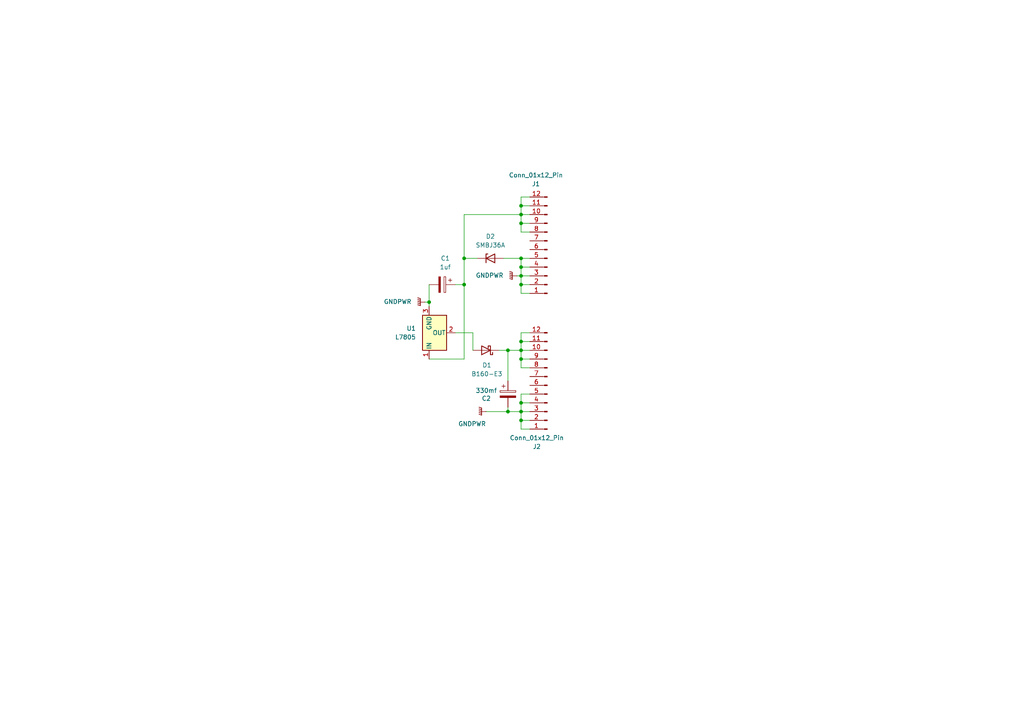
<source format=kicad_sch>
(kicad_sch (version 20250114) (generator "eeschema") (generator_version "9.0")
  (paper "A4")
  (lib_symbols
    (symbol "Connector:Conn_01x12_Pin" (pin_names (offset 1.016) (hide yes))
      (property "Reference" "J" (at 0 15.24 0))
      (property "Value" "Conn_01x12_Pin" (at 0 -17.78 0))
      (symbol "Conn_01x12_Pin_1_1"
        (rectangle (start 0.8636 12.827) (end 0 12.573) (stroke (width 0.1524)) (fill (type outline)))
        (rectangle (start 0.8636 10.287) (end 0 10.033) (stroke (width 0.1524)) (fill (type outline)))
        (rectangle (start 0.8636 7.747) (end 0 7.493) (stroke (width 0.1524)) (fill (type outline)))
        (rectangle (start 0.8636 5.207) (end 0 4.953) (stroke (width 0.1524)) (fill (type outline)))
        (rectangle (start 0.8636 2.667) (end 0 2.413) (stroke (width 0.1524)) (fill (type outline)))
        (rectangle (start 0.8636 0.127) (end 0 -0.127) (stroke (width 0.1524)) (fill (type outline)))
        (rectangle (start 0.8636 -2.413) (end 0 -2.667) (stroke (width 0.1524)) (fill (type outline)))
        (rectangle (start 0.8636 -4.953) (end 0 -5.207) (stroke (width 0.1524)) (fill (type outline)))
        (rectangle (start 0.8636 -7.493) (end 0 -7.747) (stroke (width 0.1524)) (fill (type outline)))
        (rectangle (start 0.8636 -10.033) (end 0 -10.287) (stroke (width 0.1524)) (fill (type outline)))
        (rectangle (start 0.8636 -12.573) (end 0 -12.827) (stroke (width 0.1524)) (fill (type outline)))
        (rectangle (start 0.8636 -15.113) (end 0 -15.367) (stroke (width 0.1524)) (fill (type outline)))
        (polyline (pts (xy 1.27 12.7) (xy 0.8636 12.7)) (stroke (width 0.1524)))
        (polyline (pts (xy 1.27 10.16) (xy 0.8636 10.16)) (stroke (width 0.1524)))
        (polyline (pts (xy 1.27 7.62) (xy 0.8636 7.62)) (stroke (width 0.1524)))
        (polyline (pts (xy 1.27 5.08) (xy 0.8636 5.08)) (stroke (width 0.1524)))
        (polyline (pts (xy 1.27 2.54) (xy 0.8636 2.54)) (stroke (width 0.1524)))
        (polyline (pts (xy 1.27 0) (xy 0.8636 0)) (stroke (width 0.1524)))
        (polyline (pts (xy 1.27 -2.54) (xy 0.8636 -2.54)) (stroke (width 0.1524)))
        (polyline (pts (xy 1.27 -5.08) (xy 0.8636 -5.08)) (stroke (width 0.1524)))
        (polyline (pts (xy 1.27 -7.62) (xy 0.8636 -7.62)) (stroke (width 0.1524)))
        (polyline (pts (xy 1.27 -10.16) (xy 0.8636 -10.16)) (stroke (width 0.1524)))
        (polyline (pts (xy 1.27 -12.7) (xy 0.8636 -12.7)) (stroke (width 0.1524)))
        (polyline (pts (xy 1.27 -15.24) (xy 0.8636 -15.24)) (stroke (width 0.1524)))
        (pin passive line (at 5.08 12.7 180) (length 3.81) (name "Pin_1") (number "1"))
        (pin passive line (at 5.08 10.16 180) (length 3.81) (name "Pin_2") (number "2"))
        (pin passive line (at 5.08 7.62 180) (length 3.81) (name "Pin_3") (number "3"))
        (pin passive line (at 5.08 5.08 180) (length 3.81) (name "Pin_4") (number "4"))
        (pin passive line (at 5.08 2.54 180) (length 3.81) (name "Pin_5") (number "5"))
        (pin passive line (at 5.08 0 180) (length 3.81) (name "Pin_6") (number "6"))
        (pin passive line (at 5.08 -2.54 180) (length 3.81) (name "Pin_7") (number "7"))
        (pin passive line (at 5.08 -5.08 180) (length 3.81) (name "Pin_8") (number "8"))
        (pin passive line (at 5.08 -7.62 180) (length 3.81) (name "Pin_9") (number "9"))
        (pin passive line (at 5.08 -10.16 180) (length 3.81) (name "Pin_10") (number "10"))
        (pin passive line (at 5.08 -12.7 180) (length 3.81) (name "Pin_11") (number "11"))
        (pin passive line (at 5.08 -15.24 180) (length 3.81) (name "Pin_12") (number "12"))
      )
    )
    (symbol "Device:C_Polarized" (pin_numbers (hide yes)) (pin_names (offset 0.254))
      (property "Reference" "C" (at 0.635 2.54 0))
      (property "Value" "C_Polarized" (at 0.635 -2.54 0))
      (symbol "C_Polarized_0_1"
        (rectangle (start -2.286 0.508) (end 2.286 1.016))
        (polyline (pts (xy -1.778 2.286) (xy -0.762 2.286)))
        (polyline (pts (xy -1.27 2.794) (xy -1.27 1.778)))
        (rectangle (start 2.286 -0.508) (end -2.286 -1.016) (fill (type outline)))
      )
      (symbol "C_Polarized_1_1"
        (pin passive line (at 0 3.81 270) (length 2.794) (name "~") (number "1"))
        (pin passive line (at 0 -3.81 90) (length 2.794) (name "~") (number "2"))
      )
    )
    (symbol "Device:D_Zener" (pin_numbers (hide yes)) (pin_names (offset 1.016) (hide yes))
      (property "Reference" "D" (at 0 2.54 0))
      (property "Value" "D_Zener" (at 0 -2.54 0))
      (symbol "D_Zener_0_1"
        (polyline (pts (xy -1.27 -1.27) (xy -1.27 1.27) (xy -0.762 1.27)) (stroke (width 0.254)))
        (polyline (pts (xy 1.27 0) (xy -1.27 0)))
        (polyline (pts (xy 1.27 -1.27) (xy 1.27 1.27) (xy -1.27 0) (xy 1.27 -1.27)) (stroke (width 0.254)))
      )
      (symbol "D_Zener_1_1"
        (pin passive line (at -3.81 0 0) (length 2.54) (name "K") (number "1"))
        (pin passive line (at 3.81 0 180) (length 2.54) (name "A") (number "2"))
      )
    )
    (symbol "Diode:B160-E3" (pin_numbers (hide yes)) (pin_names (hide yes))
      (property "Reference" "D" (at 0 2.54 0))
      (property "Value" "B160-E3" (at 0 -2.54 0))
      (symbol "B160-E3_0_1"
        (polyline (pts (xy -1.905 0.635) (xy -1.905 1.27) (xy -1.27 1.27) (xy -1.27 -1.27) (xy -0.635 -1.27) (xy -0.635 -0.635)) (stroke (width 0.254)))
        (polyline (pts (xy 1.27 1.27) (xy 1.27 -1.27) (xy -1.27 0) (xy 1.27 1.27)) (stroke (width 0.254)))
        (polyline (pts (xy 1.27 0) (xy -1.27 0)))
      )
      (symbol "B160-E3_1_1"
        (pin passive line (at -3.81 0 0) (length 2.54) (name "K") (number "1"))
        (pin passive line (at 3.81 0 180) (length 2.54) (name "A") (number "2"))
      )
    )
    (symbol "Regulator_Linear:L7805" (pin_names (offset 0.254))
      (property "Reference" "U1" (at -1.2701 3.81 90))
      (property "Value" "L7805" (at 1.2699 3.81 90))
      (symbol "L7805_0_1"
        (rectangle (start -5.08 1.905) (end 5.08 -5.08) (stroke (width 0.254)) (fill (type background)))
      )
      (symbol "L7805_1_1"
        (pin power_in line (at -7.62 0 0) (length 2.54) (name "IN") (number "1"))
        (pin power_out line (at 0 -7.62 90) (length 2.54) (name "OUT") (number "2"))
        (pin power_in line (at 7.62 0 180) (length 2.54) (name "GND") (number "3"))
      )
    )
    (symbol "power:GNDPWR" (power) (pin_numbers (hide yes)) (pin_names (offset 0) (hide yes))
      (property "Value" "GNDPWR" (at 0 -3.302 0))
      (symbol "GNDPWR_0_1"
        (polyline (pts (xy -1.016 -1.27) (xy -1.27 -2.032) (xy -1.27 -2.032)) (stroke (width 0.2032)))
        (polyline (pts (xy -0.508 -1.27) (xy -0.762 -2.032) (xy -0.762 -2.032)) (stroke (width 0.2032)))
        (polyline (pts (xy 0 -1.27) (xy 0 0)))
        (polyline (pts (xy 0 -1.27) (xy -0.254 -2.032) (xy -0.254 -2.032)) (stroke (width 0.2032)))
        (polyline (pts (xy 0.508 -1.27) (xy 0.254 -2.032) (xy 0.254 -2.032)) (stroke (width 0.2032)))
        (polyline (pts (xy 1.016 -1.27) (xy -1.016 -1.27) (xy -1.016 -1.27)) (stroke (width 0.2032)))
        (polyline (pts (xy 1.016 -1.27) (xy 0.762 -2.032) (xy 0.762 -2.032) (xy 0.762 -2.032)) (stroke (width 0.2032)))
      )
      (symbol "GNDPWR_1_1"
        (pin power_in line (at 0 0 270) (length 0) (name "~") (number "1"))
      )
    )
  )
  (junction (at 151.13 77.47))
  (junction (at 151.13 59.69))
  (junction (at 151.13 62.23))
  (junction (at 147.32 101.6))
  (junction (at 134.62 82.55))
  (junction (at 134.62 74.93))
  (junction (at 124.46 87.63))
  (junction (at 151.13 82.55))
  (junction (at 151.13 119.38))
  (junction (at 151.13 101.6))
  (junction (at 147.32 119.38))
  (junction (at 151.13 80.01))
  (junction (at 151.13 121.92))
  (junction (at 151.13 116.84))
  (junction (at 151.13 64.77))
  (junction (at 151.13 104.14))
  (junction (at 151.13 99.06))
  (junction (at 151.13 74.93))
  (wire (pts (xy 153.67 74.93) (xy 151.13 74.93)))
  (wire (pts (xy 151.13 121.92) (xy 153.67 121.92)))
  (wire (pts (xy 151.13 85.09) (xy 153.67 85.09)))
  (wire (pts (xy 132.08 96.52) (xy 137.16 96.52)))
  (wire (pts (xy 153.67 96.52) (xy 151.13 96.52)))
  (wire (pts (xy 151.13 67.31) (xy 153.67 67.31)))
  (wire (pts (xy 134.62 74.93) (xy 134.62 82.55)))
  (wire (pts (xy 134.62 82.55) (xy 132.08 82.55)))
  (wire (pts (xy 140.97 119.38) (xy 147.32 119.38)))
  (wire (pts (xy 149.86 80.01) (xy 151.13 80.01)))
  (wire (pts (xy 151.13 80.01) (xy 153.67 80.01)))
  (wire (pts (xy 134.62 62.23) (xy 134.62 74.93)))
  (wire (pts (xy 151.13 64.77) (xy 151.13 67.31)))
  (wire (pts (xy 151.13 104.14) (xy 153.67 104.14)))
  (wire (pts (xy 146.05 74.93) (xy 151.13 74.93)))
  (wire (pts (xy 153.67 124.46) (xy 151.13 124.46)))
  (wire (pts (xy 151.13 99.06) (xy 153.67 99.06)))
  (wire (pts (xy 153.67 114.3) (xy 151.13 114.3)))
  (wire (pts (xy 151.13 119.38) (xy 153.67 119.38)))
  (wire (pts (xy 124.46 104.14) (xy 134.62 104.14)))
  (wire (pts (xy 151.13 77.47) (xy 153.67 77.47)))
  (wire (pts (xy 144.78 101.6) (xy 147.32 101.6)))
  (wire (pts (xy 151.13 64.77) (xy 153.67 64.77)))
  (wire (pts (xy 151.13 99.06) (xy 151.13 101.6)))
  (wire (pts (xy 147.32 118.11) (xy 147.32 119.38)))
  (wire (pts (xy 134.62 104.14) (xy 134.62 82.55)))
  (wire (pts (xy 151.13 101.6) (xy 153.67 101.6)))
  (wire (pts (xy 151.13 80.01) (xy 151.13 82.55)))
  (wire (pts (xy 151.13 121.92) (xy 151.13 119.38)))
  (wire (pts (xy 151.13 104.14) (xy 151.13 106.68)))
  (wire (pts (xy 151.13 82.55) (xy 153.67 82.55)))
  (wire (pts (xy 124.46 87.63) (xy 124.46 88.9)))
  (wire (pts (xy 151.13 59.69) (xy 153.67 59.69)))
  (wire (pts (xy 151.13 77.47) (xy 151.13 80.01)))
  (wire (pts (xy 151.13 116.84) (xy 153.67 116.84)))
  (wire (pts (xy 151.13 62.23) (xy 153.67 62.23)))
  (wire (pts (xy 147.32 101.6) (xy 147.32 110.49)))
  (wire (pts (xy 151.13 62.23) (xy 151.13 64.77)))
  (wire (pts (xy 151.13 74.93) (xy 151.13 77.47)))
  (wire (pts (xy 147.32 101.6) (xy 151.13 101.6)))
  (wire (pts (xy 151.13 82.55) (xy 151.13 85.09)))
  (wire (pts (xy 134.62 74.93) (xy 138.43 74.93)))
  (wire (pts (xy 151.13 119.38) (xy 151.13 116.84)))
  (wire (pts (xy 147.32 119.38) (xy 151.13 119.38)))
  (wire (pts (xy 124.46 82.55) (xy 124.46 87.63)))
  (wire (pts (xy 151.13 124.46) (xy 151.13 121.92)))
  (wire (pts (xy 151.13 57.15) (xy 151.13 59.69)))
  (wire (pts (xy 151.13 59.69) (xy 151.13 62.23)))
  (wire (pts (xy 151.13 106.68) (xy 153.67 106.68)))
  (wire (pts (xy 153.67 57.15) (xy 151.13 57.15)))
  (wire (pts (xy 137.16 96.52) (xy 137.16 101.6)))
  (wire (pts (xy 151.13 101.6) (xy 151.13 104.14)))
  (wire (pts (xy 134.62 62.23) (xy 151.13 62.23)))
  (wire (pts (xy 151.13 114.3) (xy 151.13 116.84)))
  (wire (pts (xy 151.13 96.52) (xy 151.13 99.06)))
  (wire (pts (xy 123.19 87.63) (xy 124.46 87.63)))
  (symbol (lib_id "Connector:Conn_01x12_Pin") (at 158.75 111.76 180) (unit 1)
    (property "Reference" "J2" (at 155.702 129.54 0))
    (property "Value" "Conn_01x12_Pin" (at 155.702 127 0))
    (property "Footprint" "Custom:PinHeader_1x12_P1.27mm_Vertical_Modded" (effects (hide yes)))
    (property "Description" "Generic connector, single row, 01x12, script generated" (effects (hide yes)))
  )
  (symbol (lib_id "power:GNDPWR") (at 140.97 119.38 270) (unit 1)
    (property "Reference" "#PWR02" (effects (hide yes)))
    (property "Value" "GNDPWR" (at 140.97 122.936 90) (effects (justify right)))
    (property "Description" "Power symbol creates a global label with name \"GNDPWR\" , global ground" (effects (hide yes)))
  )
  (symbol (lib_id "Regulator_Linear:L7805") (at 124.46 96.52 90) (unit 1)
    (property "Reference" "U1" (at 120.65 95.2499 90) (effects (justify left)))
    (property "Value" "L7805" (at 120.65 97.7899 90) (effects (justify left)))
    (property "Footprint" "Custom:VREG_L7805CDT-TR" (effects (hide yes)))
    (property "Datasheet" "http://www.st.com/content/ccc/resource/technical/document/datasheet/41/4f/b3/b0/12/d4/47/88/CD00000444.pdf/files/CD00000444.pdf/jcr:content/translations/en.CD00000444.pdf" (effects (hide yes)))
    (property "Description" "Positive 1.5A 35V Linear Regulator, Fixed Output 5V, TO-220/TO-263/TO-252" (effects (hide yes)))
  )
  (symbol (lib_id "Device:C_Polarized") (at 147.32 114.3 0) (unit 1)
    (property "Reference" "C2" (at 139.7 115.57 0) (effects (justify left)))
    (property "Value" "330mf" (at 137.922 113.284 0) (effects (justify left)))
    (property "Footprint" "Custom:CAP_20SVPK68M" (effects (hide yes)))
    (property "Description" "Polarized capacitor" (effects (hide yes)))
  )
  (symbol (lib_id "Connector:Conn_01x12_Pin") (at 158.75 72.39 180) (unit 1)
    (property "Reference" "J1" (at 155.448 53.34 0))
    (property "Value" "Conn_01x12_Pin" (at 155.448 50.8 0))
    (property "Footprint" "Custom:PinHeader_1x12_P1.27mm_Vertical_Modded" (effects (hide yes)))
    (property "Description" "Generic connector, single row, 01x12, script generated" (effects (hide yes)))
  )
  (symbol (lib_id "Device:D_Zener") (at 142.24 74.93 0) (unit 1)
    (property "Reference" "D2" (at 142.24 68.58 0))
    (property "Value" "SMBJ36A" (at 142.24 71.12 0))
    (property "Footprint" "Custom:DIOM4336X265N" (effects (hide yes)))
    (property "Description" "Zener diode" (effects (hide yes)))
  )
  (symbol (lib_id "power:GNDPWR") (at 123.19 87.63 270) (unit 1)
    (property "Reference" "#PWR01" (effects (hide yes)))
    (property "Value" "GNDPWR" (at 119.38 87.5029 90) (effects (justify right)))
    (property "Description" "Power symbol creates a global label with name \"GNDPWR\" , global ground" (effects (hide yes)))
  )
  (symbol (lib_id "Device:C_Polarized") (at 128.27 82.55 270) (unit 1)
    (property "Reference" "C1" (at 129.159 74.93 90))
    (property "Value" "1uf" (at 129.159 77.47 90))
    (property "Footprint" "Custom:CAPMP3.7X2.8_2.1N_KEM" (effects (hide yes)))
    (property "Description" "Polarized capacitor" (effects (hide yes)))
  )
  (symbol (lib_id "Diode:B160-E3") (at 140.97 101.6 180) (unit 1)
    (property "Reference" "D1" (at 141.224 105.918 0))
    (property "Value" "B160-E3" (at 141.224 108.458 0))
    (property "Footprint" "Diode_SMD:D_SMA" (effects (hide yes)))
    (property "Datasheet" "http://www.vishay.com/docs/88946/b120.pdf" (effects (hide yes)))
    (property "Description" "60V 1A Schottky Barrier Rectifier Diode, SMA(DO-214AC)" (effects (hide yes)))
  )
  (symbol (lib_id "power:GNDPWR") (at 149.86 80.01 270) (unit 1)
    (property "Reference" "#PWR03" (effects (hide yes)))
    (property "Value" "GNDPWR" (at 146.05 79.8829 90) (effects (justify right)))
    (property "Description" "Power symbol creates a global label with name \"GNDPWR\" , global ground" (effects (hide yes)))
  )
)
</source>
